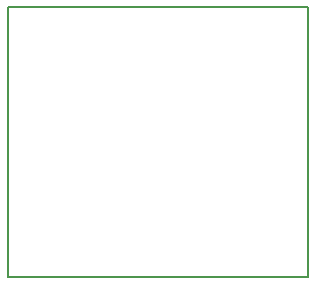
<source format=gko>
G04 #@! TF.GenerationSoftware,KiCad,Pcbnew,no-vcs-found-0e6723b~58~ubuntu16.10.1*
G04 #@! TF.CreationDate,2017-07-28T21:57:49+01:00*
G04 #@! TF.ProjectId,Discovery SLS controller,446973636F7665727920534C5320636F,rev?*
G04 #@! TF.FileFunction,Profile,NP*
%FSLAX46Y46*%
G04 Gerber Fmt 4.6, Leading zero omitted, Abs format (unit mm)*
G04 Created by KiCad (PCBNEW no-vcs-found-0e6723b~58~ubuntu16.10.1) date Fri Jul 28 21:57:49 2017*
%MOMM*%
%LPD*%
G01*
G04 APERTURE LIST*
%ADD10C,0.100000*%
%ADD11C,0.150000*%
G04 APERTURE END LIST*
D10*
D11*
X148590000Y-125095000D02*
X148590000Y-102235000D01*
X148590000Y-125095000D02*
X150495000Y-125095000D01*
X173990000Y-125095000D02*
X149225000Y-125095000D01*
X173990000Y-102235000D02*
X173990000Y-125095000D01*
X171450000Y-102235000D02*
X173990000Y-102235000D01*
X148590000Y-102235000D02*
X171450000Y-102235000D01*
M02*

</source>
